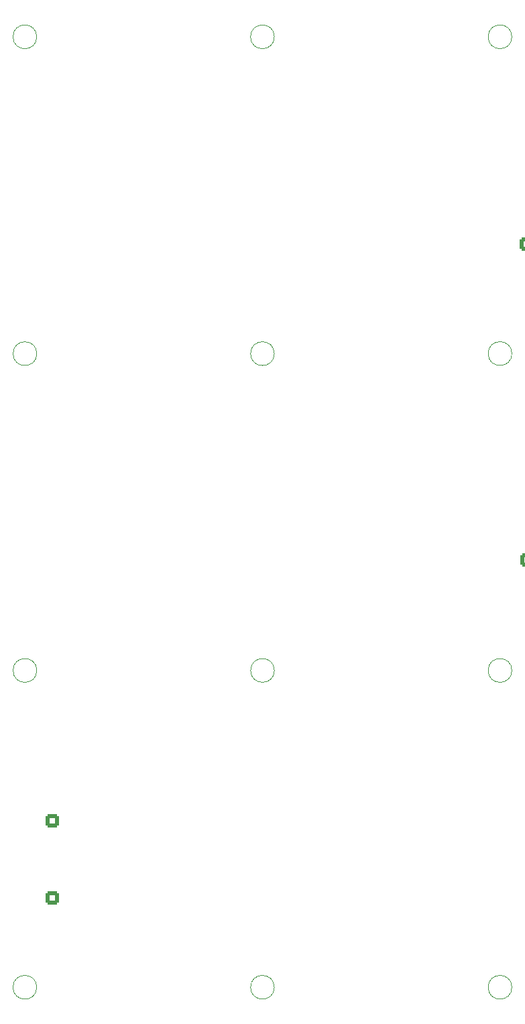
<source format=gbo>
G04 #@! TF.GenerationSoftware,KiCad,Pcbnew,6.0.11-2627ca5db0~126~ubuntu20.04.1*
G04 #@! TF.CreationDate,2023-03-15T01:56:03+01:00*
G04 #@! TF.ProjectId,IOB_V4,494f425f-5634-42e6-9b69-6361645f7063,rev?*
G04 #@! TF.SameCoordinates,Original*
G04 #@! TF.FileFunction,Legend,Bot*
G04 #@! TF.FilePolarity,Positive*
%FSLAX46Y46*%
G04 Gerber Fmt 4.6, Leading zero omitted, Abs format (unit mm)*
G04 Created by KiCad (PCBNEW 6.0.11-2627ca5db0~126~ubuntu20.04.1) date 2023-03-15 01:56:03*
%MOMM*%
%LPD*%
G01*
G04 APERTURE LIST*
G04 Aperture macros list*
%AMRoundRect*
0 Rectangle with rounded corners*
0 $1 Rounding radius*
0 $2 $3 $4 $5 $6 $7 $8 $9 X,Y pos of 4 corners*
0 Add a 4 corners polygon primitive as box body*
4,1,4,$2,$3,$4,$5,$6,$7,$8,$9,$2,$3,0*
0 Add four circle primitives for the rounded corners*
1,1,$1+$1,$2,$3*
1,1,$1+$1,$4,$5*
1,1,$1+$1,$6,$7*
1,1,$1+$1,$8,$9*
0 Add four rect primitives between the rounded corners*
20,1,$1+$1,$2,$3,$4,$5,0*
20,1,$1+$1,$4,$5,$6,$7,0*
20,1,$1+$1,$6,$7,$8,$9,0*
20,1,$1+$1,$8,$9,$2,$3,0*%
%AMFreePoly0*
4,1,22,0.945671,0.830970,1.026777,0.776777,1.080970,0.695671,1.100000,0.600000,1.100000,-0.600000,1.080970,-0.695671,1.026777,-0.776777,0.945671,-0.830970,0.850000,-0.850000,-0.450000,-0.850000,-0.545671,-0.830970,-0.626779,-0.776774,-1.026777,-0.376777,-1.080970,-0.295671,-1.100000,-0.200000,-1.100000,0.600000,-1.080970,0.695671,-1.026777,0.776777,-0.945671,0.830970,-0.850000,0.850000,
0.850000,0.850000,0.945671,0.830970,0.945671,0.830970,$1*%
G04 Aperture macros list end*
%ADD10C,0.120000*%
%ADD11C,3.000000*%
%ADD12C,1.300000*%
%ADD13FreePoly0,0.000000*%
%ADD14O,2.200000X1.700000*%
%ADD15C,1.000000*%
%ADD16RoundRect,0.250000X0.600000X0.600000X-0.600000X0.600000X-0.600000X-0.600000X0.600000X-0.600000X0*%
%ADD17C,1.700000*%
%ADD18RoundRect,0.250000X0.620000X0.620000X-0.620000X0.620000X-0.620000X-0.620000X0.620000X-0.620000X0*%
%ADD19C,1.740000*%
%ADD20R,1.700000X1.700000*%
%ADD21O,1.700000X1.700000*%
%ADD22RoundRect,0.250000X-0.620000X0.620000X-0.620000X-0.620000X0.620000X-0.620000X0.620000X0.620000X0*%
%ADD23C,2.500000*%
G04 APERTURE END LIST*
D10*
X113260000Y-118250000D02*
G75*
G03*
X113260000Y-118250000I-1500000J0D01*
G01*
X113250000Y-158250000D02*
G75*
G03*
X113250000Y-158250000I-1500000J0D01*
G01*
X143250000Y-38250000D02*
G75*
G03*
X143250000Y-38250000I-1500000J0D01*
G01*
X83260000Y-118250000D02*
G75*
G03*
X83260000Y-118250000I-1500000J0D01*
G01*
X143250000Y-78242233D02*
G75*
G03*
X143250000Y-78242233I-1500000J0D01*
G01*
X83250000Y-158250000D02*
G75*
G03*
X83250000Y-158250000I-1500000J0D01*
G01*
X83250000Y-38250000D02*
G75*
G03*
X83250000Y-38250000I-1500000J0D01*
G01*
X113250000Y-38250000D02*
G75*
G03*
X113250000Y-38250000I-1500000J0D01*
G01*
X113250000Y-78250000D02*
G75*
G03*
X113250000Y-78250000I-1500000J0D01*
G01*
X143250000Y-118250000D02*
G75*
G03*
X143250000Y-118250000I-1500000J0D01*
G01*
X83260000Y-78250000D02*
G75*
G03*
X83260000Y-78250000I-1500000J0D01*
G01*
X143250000Y-158250000D02*
G75*
G03*
X143250000Y-158250000I-1500000J0D01*
G01*
%LPC*%
D11*
X81350000Y-53200000D03*
D12*
X75660000Y-54450000D03*
D13*
X77000000Y-53200000D03*
D14*
X77000000Y-55700000D03*
D15*
X126700000Y-158640000D03*
D16*
X145112500Y-64460000D03*
D17*
X142572500Y-64460000D03*
X145112500Y-61920000D03*
X142572500Y-61920000D03*
X145112500Y-59380000D03*
X142572500Y-59380000D03*
X145112500Y-56840000D03*
X142572500Y-56840000D03*
X145112500Y-54300000D03*
X142572500Y-54300000D03*
D15*
X126700000Y-162950000D03*
D18*
X85220000Y-137260000D03*
D19*
X82680000Y-137260000D03*
X80140000Y-137260000D03*
X77600000Y-137260000D03*
D20*
X136725000Y-62450000D03*
D21*
X134185000Y-62450000D03*
X131645000Y-62450000D03*
X129105000Y-62450000D03*
X126565000Y-62450000D03*
X124025000Y-62450000D03*
X121485000Y-62450000D03*
X118945000Y-62450000D03*
D22*
X75550000Y-95290000D03*
D19*
X75550000Y-97830000D03*
X75550000Y-100370000D03*
X75550000Y-102910000D03*
D18*
X85200000Y-147000000D03*
D19*
X82660000Y-147000000D03*
X80120000Y-147000000D03*
X77580000Y-147000000D03*
D20*
X76400000Y-60060000D03*
D21*
X76400000Y-62600000D03*
X76400000Y-65140000D03*
D15*
X122675000Y-162900000D03*
X115020000Y-67950000D03*
D17*
X100320000Y-67920000D03*
X97780000Y-67920000D03*
D15*
X122675000Y-158640000D03*
D17*
X107680000Y-67920000D03*
X110220000Y-67920000D03*
D16*
X145152500Y-104310000D03*
D17*
X142612500Y-104310000D03*
X145152500Y-101770000D03*
X142612500Y-101770000D03*
X145152500Y-99230000D03*
X142612500Y-99230000D03*
X145152500Y-96690000D03*
X142612500Y-96690000D03*
X145152500Y-94150000D03*
X142612500Y-94150000D03*
D23*
X111777767Y-118232233D03*
X108242233Y-118232233D03*
X108242233Y-121767767D03*
X111777767Y-121767767D03*
X111767767Y-158232233D03*
X108232233Y-158232233D03*
X108232233Y-161767767D03*
X111767767Y-161767767D03*
X141767767Y-38232233D03*
X138232233Y-38232233D03*
X138232233Y-41767767D03*
X141767767Y-41767767D03*
X81777767Y-118232233D03*
X78242233Y-118232233D03*
X78242233Y-121767767D03*
X81777767Y-121767767D03*
X141767767Y-78242233D03*
X138232233Y-78242233D03*
X138232233Y-81777767D03*
X141767767Y-81777767D03*
X81767767Y-158232233D03*
X78232233Y-158232233D03*
X78232233Y-161767767D03*
X81767767Y-161767767D03*
X81767767Y-38232233D03*
X78232233Y-38232233D03*
X78232233Y-41767767D03*
X81767767Y-41767767D03*
X111767767Y-38232233D03*
X108232233Y-38232233D03*
X108232233Y-41767767D03*
X111767767Y-41767767D03*
X111767767Y-78232233D03*
X108232233Y-78232233D03*
X108232233Y-81767767D03*
X111767767Y-81767767D03*
X141767767Y-118232233D03*
X138232233Y-118232233D03*
X138232233Y-121767767D03*
X141767767Y-121767767D03*
X81777767Y-78232233D03*
X78242233Y-78232233D03*
X78242233Y-81767767D03*
X81777767Y-81767767D03*
X141767767Y-158232233D03*
X138232233Y-158232233D03*
X138232233Y-161767767D03*
X141767767Y-161767767D03*
M02*

</source>
